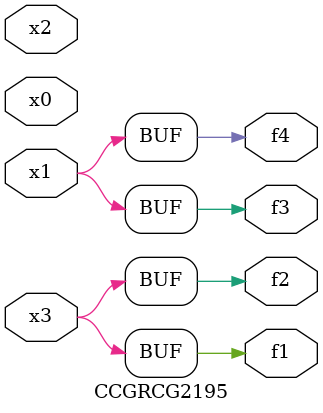
<source format=v>
module CCGRCG2195(
	input x0, x1, x2, x3,
	output f1, f2, f3, f4
);
	assign f1 = x3;
	assign f2 = x3;
	assign f3 = x1;
	assign f4 = x1;
endmodule

</source>
